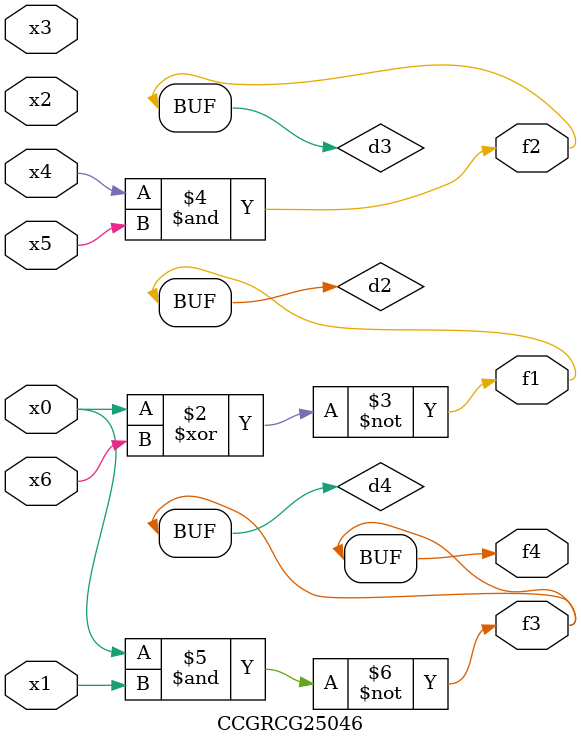
<source format=v>
module CCGRCG25046(
	input x0, x1, x2, x3, x4, x5, x6,
	output f1, f2, f3, f4
);

	wire d1, d2, d3, d4;

	nor (d1, x0);
	xnor (d2, x0, x6);
	and (d3, x4, x5);
	nand (d4, x0, x1);
	assign f1 = d2;
	assign f2 = d3;
	assign f3 = d4;
	assign f4 = d4;
endmodule

</source>
